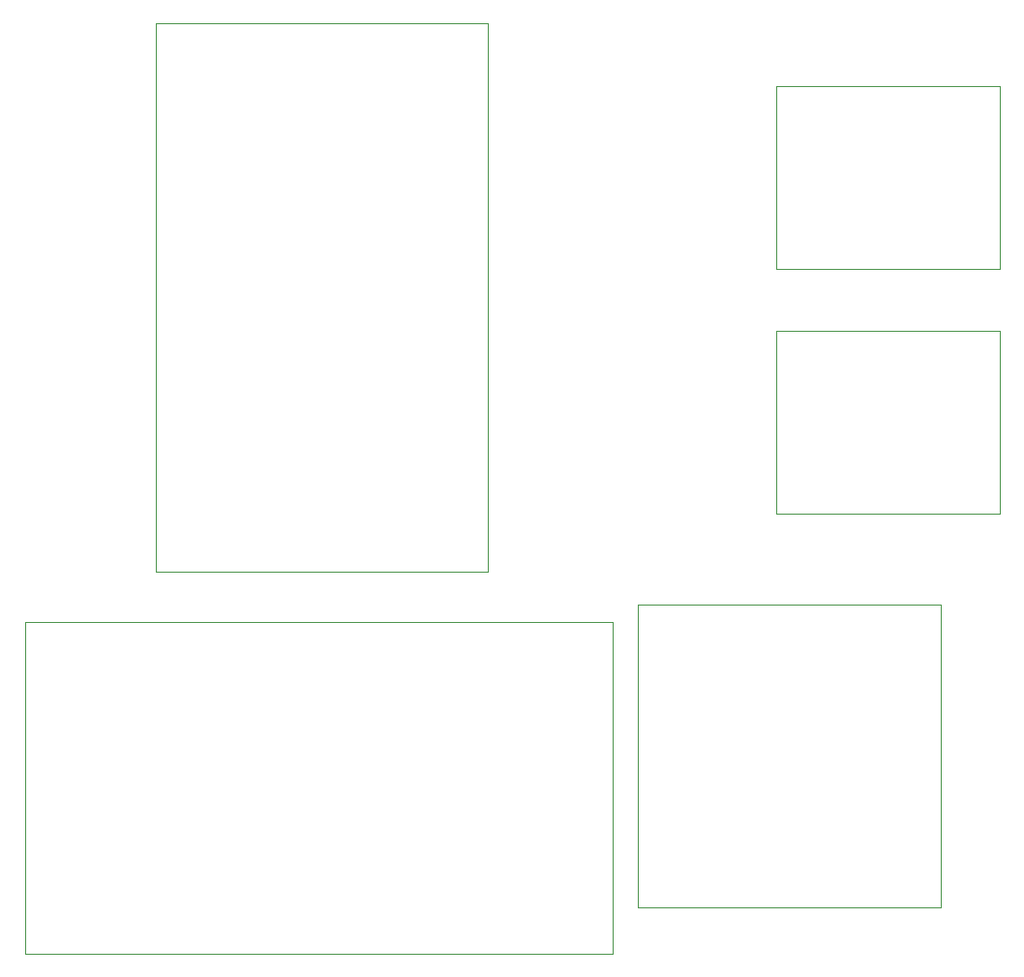
<source format=gbr>
%TF.GenerationSoftware,Altium Limited,Altium Designer,23.10.1 (27)*%
G04 Layer_Color=32768*
%FSLAX26Y26*%
%MOIN*%
%TF.SameCoordinates,68AA919C-6303-421A-99F6-747A19599157*%
%TF.FilePolarity,Positive*%
%TF.FileFunction,Other,Mechanical_15*%
%TF.Part,Single*%
G01*
G75*
%TA.AperFunction,NonConductor*%
%ADD73C,0.001968*%
D73*
X97204Y1657048D02*
X2122796D01*
X97204Y514922D02*
Y1657048D01*
Y514922D02*
X2122796D01*
Y1657048D01*
X2208346Y1716654D02*
X3251654D01*
Y673346D02*
Y1716654D01*
X2208346Y673346D02*
X3251654D01*
X2208346D02*
Y1716654D01*
X2684174Y2031260D02*
X3455826D01*
Y2661180D01*
X2684174D02*
X3455826D01*
X2684174Y2031260D02*
Y2661180D01*
Y2875040D02*
Y3504960D01*
X3455826D01*
Y2875040D02*
Y3504960D01*
X2684174Y2875040D02*
X3455826D01*
X1690866Y1830118D02*
Y3719882D01*
X549134Y1830118D02*
X1690866D01*
X549134D02*
Y3719882D01*
X1690866D01*
%TF.MD5,d449399b10032cad4c3ac6c14ea37eaf*%
M02*

</source>
